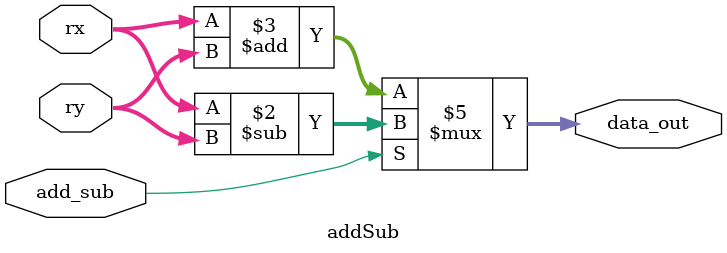
<source format=v>
module addSub(add_sub, rx, ry, data_out);
//modulo de soma e subtração, qnd o add_sub for 1 faz subtração

	input add_sub;
	input [15:0] rx, ry;
	output reg[15:0] data_out;
	
	always @(*) begin
        if (add_sub) begin
            data_out = rx - ry; // Subtração
        end else begin
            data_out = rx + ry; // Adição
        end
    end
	
endmodule

</source>
